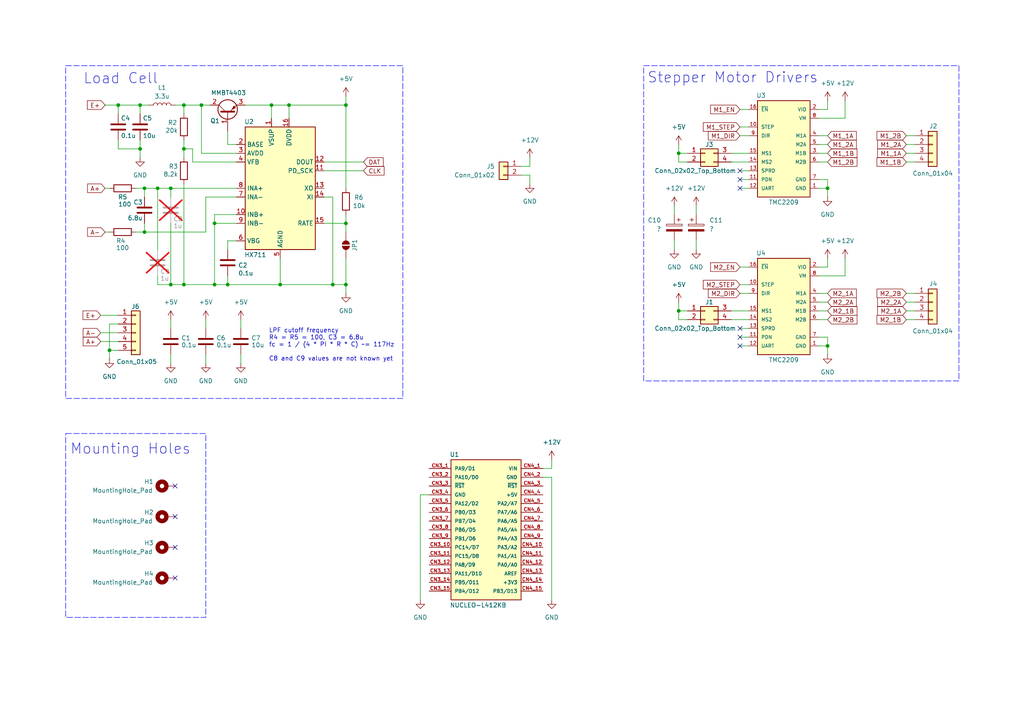
<source format=kicad_sch>
(kicad_sch (version 20231120) (generator "eeschema") (generator_version "8.0")
  (paper "A4")
  (title_block (title "EDM Wire Puller") (rev "1.0"))
  (lib_symbols
    (symbol "Analog_ADC:HX711"
      (property "Reference" "U" (at 5.08 21.59 0))
      (property "Value" "HX711" (at 7.62 19.05 0))
      (symbol "HX711_0_1"
        (rectangle (start -10.16 17.78) (end 10.16 -17.78) (stroke (width 0.254)) (fill (type background)))
      )
      (symbol "HX711_1_1"
        (pin power_in line (at -2.54 20.32 270) (length 2.54) (name "VSUP") (number "1"))
        (pin input line (at -12.7 -7.62 0) (length 2.54) (name "INB+") (number "10"))
        (pin input line (at 12.7 5.08 180) (length 2.54) (name "PD_SCK") (number "11"))
        (pin output line (at 12.7 7.62 180) (length 2.54) (name "DOUT") (number "12"))
        (pin passive line (at 12.7 0 180) (length 2.54) (name "XO") (number "13"))
        (pin passive line (at 12.7 -2.54 180) (length 2.54) (name "XI") (number "14"))
        (pin input line (at 12.7 -10.16 180) (length 2.54) (name "RATE") (number "15"))
        (pin power_in line (at 2.54 20.32 270) (length 2.54) (name "DVDD") (number "16"))
        (pin passive line (at -12.7 12.7 0) (length 2.54) (name "BASE") (number "2"))
        (pin power_in line (at -12.7 10.16 0) (length 2.54) (name "AVDD") (number "3"))
        (pin input line (at -12.7 7.62 0) (length 2.54) (name "VFB") (number "4"))
        (pin power_in line (at 0 -20.32 90) (length 2.54) (name "AGND") (number "5"))
        (pin passive line (at -12.7 -15.24 0) (length 2.54) (name "VBG") (number "6"))
        (pin input line (at -12.7 -2.54 0) (length 2.54) (name "INA-") (number "7"))
        (pin input line (at -12.7 0 0) (length 2.54) (name "INA+") (number "8"))
        (pin input line (at -12.7 -10.16 0) (length 2.54) (name "INB-") (number "9"))
      )
    )
    (symbol "Connector_Generic:Conn_01x02" (pin_names (offset 1.016) hide)
      (property "Reference" "J" (at 0 2.54 0))
      (property "Value" "Conn_01x02" (at 0 -5.08 0))
      (symbol "Conn_01x02_1_1"
        (rectangle (start -1.27 -2.413) (end 0 -2.667) (stroke (width 0.1524)))
        (rectangle (start -1.27 0.127) (end 0 -0.127) (stroke (width 0.1524)))
        (rectangle (start -1.27 1.27) (end 1.27 -3.81) (stroke (width 0.254)) (fill (type background)))
        (pin passive line (at -5.08 0 0) (length 3.81) (name "Pin_1") (number "1"))
        (pin passive line (at -5.08 -2.54 0) (length 3.81) (name "Pin_2") (number "2"))
      )
    )
    (symbol "Connector_Generic:Conn_01x04" (pin_names (offset 1.016) hide)
      (property "Reference" "J" (at 0 5.08 0))
      (property "Value" "Conn_01x04" (at 0 -7.62 0))
      (symbol "Conn_01x04_1_1"
        (rectangle (start -1.27 -4.953) (end 0 -5.207) (stroke (width 0.1524)))
        (rectangle (start -1.27 -2.413) (end 0 -2.667) (stroke (width 0.1524)))
        (rectangle (start -1.27 0.127) (end 0 -0.127) (stroke (width 0.1524)))
        (rectangle (start -1.27 2.667) (end 0 2.413) (stroke (width 0.1524)))
        (rectangle (start -1.27 3.81) (end 1.27 -6.35) (stroke (width 0.254)) (fill (type background)))
        (pin passive line (at -5.08 2.54 0) (length 3.81) (name "Pin_1") (number "1"))
        (pin passive line (at -5.08 0 0) (length 3.81) (name "Pin_2") (number "2"))
        (pin passive line (at -5.08 -2.54 0) (length 3.81) (name "Pin_3") (number "3"))
        (pin passive line (at -5.08 -5.08 0) (length 3.81) (name "Pin_4") (number "4"))
      )
    )
    (symbol "Connector_Generic:Conn_01x05" (pin_names (offset 1.016) hide)
      (property "Reference" "J" (at 0 7.62 0))
      (property "Value" "Conn_01x05" (at 0 -7.62 0))
      (symbol "Conn_01x05_1_1"
        (rectangle (start -1.27 -4.953) (end 0 -5.207) (stroke (width 0.1524)))
        (rectangle (start -1.27 -2.413) (end 0 -2.667) (stroke (width 0.1524)))
        (rectangle (start -1.27 0.127) (end 0 -0.127) (stroke (width 0.1524)))
        (rectangle (start -1.27 2.667) (end 0 2.413) (stroke (width 0.1524)))
        (rectangle (start -1.27 5.207) (end 0 4.953) (stroke (width 0.1524)))
        (rectangle (start -1.27 6.35) (end 1.27 -6.35) (stroke (width 0.254)) (fill (type background)))
        (pin passive line (at -5.08 5.08 0) (length 3.81) (name "Pin_1") (number "1"))
        (pin passive line (at -5.08 2.54 0) (length 3.81) (name "Pin_2") (number "2"))
        (pin passive line (at -5.08 0 0) (length 3.81) (name "Pin_3") (number "3"))
        (pin passive line (at -5.08 -2.54 0) (length 3.81) (name "Pin_4") (number "4"))
        (pin passive line (at -5.08 -5.08 0) (length 3.81) (name "Pin_5") (number "5"))
      )
    )
    (symbol "Connector_Generic:Conn_02x02_Top_Bottom" (pin_names (offset 1.016) hide)
      (property "Reference" "J" (at 1.27 2.54 0))
      (property "Value" "Conn_02x02_Top_Bottom" (at 1.27 -5.08 0))
      (symbol "Conn_02x02_Top_Bottom_1_1"
        (rectangle (start -1.27 -2.413) (end 0 -2.667) (stroke (width 0.1524)))
        (rectangle (start -1.27 0.127) (end 0 -0.127) (stroke (width 0.1524)))
        (rectangle (start -1.27 1.27) (end 3.81 -3.81) (stroke (width 0.254)) (fill (type background)))
        (rectangle (start 3.81 -2.413) (end 2.54 -2.667) (stroke (width 0.1524)))
        (rectangle (start 3.81 0.127) (end 2.54 -0.127) (stroke (width 0.1524)))
        (pin passive line (at -5.08 0 0) (length 3.81) (name "Pin_1") (number "1"))
        (pin passive line (at -5.08 -2.54 0) (length 3.81) (name "Pin_2") (number "2"))
        (pin passive line (at 7.62 0 180) (length 3.81) (name "Pin_3") (number "3"))
        (pin passive line (at 7.62 -2.54 180) (length 3.81) (name "Pin_4") (number "4"))
      )
    )
    (symbol "Device:C" (pin_numbers hide) (pin_names (offset 0.254))
      (property "Reference" "C" (at 0.635 2.54 0))
      (property "Value" "C" (at 0.635 -2.54 0))
      (symbol "C_0_1"
        (polyline (pts (xy -2.032 -0.762) (xy 2.032 -0.762)) (stroke (width 0.508)))
        (polyline (pts (xy -2.032 0.762) (xy 2.032 0.762)) (stroke (width 0.508)))
      )
      (symbol "C_1_1"
        (pin passive line (at 0 3.81 270) (length 2.794) (name "~") (number "1"))
        (pin passive line (at 0 -3.81 90) (length 2.794) (name "~") (number "2"))
      )
    )
    (symbol "Device:C_Polarized" (pin_numbers hide) (pin_names (offset 0.254))
      (property "Reference" "C" (at 0.635 2.54 0))
      (property "Value" "C_Polarized" (at 0.635 -2.54 0))
      (symbol "C_Polarized_0_1"
        (rectangle (start -2.286 0.508) (end 2.286 1.016))
        (polyline (pts (xy -1.778 2.286) (xy -0.762 2.286)))
        (polyline (pts (xy -1.27 2.794) (xy -1.27 1.778)))
        (rectangle (start 2.286 -0.508) (end -2.286 -1.016) (fill (type outline)))
      )
      (symbol "C_Polarized_1_1"
        (pin passive line (at 0 3.81 270) (length 2.794) (name "~") (number "1"))
        (pin passive line (at 0 -3.81 90) (length 2.794) (name "~") (number "2"))
      )
    )
    (symbol "Device:L" (pin_numbers hide) (pin_names (offset 1.016) hide)
      (property "Reference" "L" (at -1.27 0 90))
      (property "Value" "L" (at 1.905 0 90))
      (symbol "L_0_1"
        (arc (start 0 -2.54) (mid 0.6323 -1.905) (end 0 -1.27))
        (arc (start 0 -1.27) (mid 0.6323 -0.635) (end 0 0))
        (arc (start 0 0) (mid 0.6323 0.635) (end 0 1.27))
        (arc (start 0 1.27) (mid 0.6323 1.905) (end 0 2.54))
      )
      (symbol "L_1_1"
        (pin passive line (at 0 3.81 270) (length 1.27) (name "1") (number "1"))
        (pin passive line (at 0 -3.81 90) (length 1.27) (name "2") (number "2"))
      )
    )
    (symbol "Device:Q_PNP_BCE" (pin_names (offset 0) hide)
      (property "Reference" "Q" (at 5.08 1.27 0))
      (property "Value" "Q_PNP_BCE" (at 5.08 -1.27 0))
      (symbol "Q_PNP_BCE_0_1"
        (polyline (pts (xy 0.635 0.635) (xy 2.54 2.54)))
        (polyline (pts (xy 0.635 -0.635) (xy 2.54 -2.54) (xy 2.54 -2.54)))
        (polyline (pts (xy 0.635 1.905) (xy 0.635 -1.905) (xy 0.635 -1.905)) (stroke (width 0.508)))
        (polyline (pts (xy 2.286 -1.778) (xy 1.778 -2.286) (xy 1.27 -1.27) (xy 2.286 -1.778) (xy 2.286 -1.778)) (fill (type outline)))
        (circle (center 1.27 0) (radius 2.8194) (stroke (width 0.254)))
      )
      (symbol "Q_PNP_BCE_1_1"
        (pin input line (at -5.08 0 0) (length 5.715) (name "B") (number "1"))
        (pin passive line (at 2.54 5.08 270) (length 2.54) (name "C") (number "2"))
        (pin passive line (at 2.54 -5.08 90) (length 2.54) (name "E") (number "3"))
      )
    )
    (symbol "Device:R" (pin_numbers hide) (pin_names (offset 0))
      (property "Reference" "R" (at 2.032 0 90))
      (property "Value" "R" (at 0 0 90))
      (symbol "R_0_1"
        (rectangle (start -1.016 -2.54) (end 1.016 2.54) (stroke (width 0.254)))
      )
      (symbol "R_1_1"
        (pin passive line (at 0 3.81 270) (length 1.27) (name "~") (number "1"))
        (pin passive line (at 0 -3.81 90) (length 1.27) (name "~") (number "2"))
      )
    )
    (symbol "Jumper:SolderJumper_2_Open" (pin_numbers hide) (pin_names (offset 0) hide) (exclude_from_sim yes) (in_bom no)
      (property "Reference" "JP" (at 0 2.032 0))
      (property "Value" "SolderJumper_2_Open" (at 0 -2.54 0))
      (symbol "SolderJumper_2_Open_0_1"
        (arc (start -0.254 1.016) (mid -1.2656 0) (end -0.254 -1.016))
        (arc (start -0.254 1.016) (mid -1.2656 0) (end -0.254 -1.016) (fill (type outline)))
        (polyline (pts (xy -0.254 1.016) (xy -0.254 -1.016)))
        (polyline (pts (xy 0.254 1.016) (xy 0.254 -1.016)))
        (arc (start 0.254 -1.016) (mid 1.2656 0) (end 0.254 1.016))
        (arc (start 0.254 -1.016) (mid 1.2656 0) (end 0.254 1.016) (fill (type outline)))
      )
      (symbol "SolderJumper_2_Open_1_1"
        (pin passive line (at -3.81 0 0) (length 2.54) (name "A") (number "1"))
        (pin passive line (at 3.81 0 180) (length 2.54) (name "B") (number "2"))
      )
    )
    (symbol "Mechanical:MountingHole_Pad" (pin_numbers hide) (pin_names (offset 1.016) hide)
      (property "Reference" "H" (at 0 6.35 0))
      (property "Value" "MountingHole_Pad" (at 0 4.445 0))
      (symbol "MountingHole_Pad_0_1"
        (circle (center 0 1.27) (radius 1.27) (stroke (width 1.27)))
      )
      (symbol "MountingHole_Pad_1_1"
        (pin input line (at 0 -2.54 90) (length 2.54) (name "1") (number "1"))
      )
    )
    (symbol "NUCLEO-L432KC:NUCLEO-L412KB" (pin_names (offset 1.016))
      (property "Reference" "U" (at -10.16 21.082 0))
      (property "Value" "NUCLEO-L412KB" (at -10.668 -22.86 0))
      (symbol "NUCLEO-L412KB_0_0"
        (rectangle (start -10.16 20.32) (end 10.16 -20.32) (stroke (width 0.254)) (fill (type background)))
        (pin bidirectional line (at -16.51 17.78 0) (length 6.35) (name "PA9/D1") (number "CN3_1"))
        (pin bidirectional line (at -16.51 -5.08 0) (length 6.35) (name "PC14/D7") (number "CN3_10"))
        (pin bidirectional line (at -16.51 -7.62 0) (length 6.35) (name "PC15/D8") (number "CN3_11"))
        (pin bidirectional line (at -16.51 -10.16 0) (length 6.35) (name "PA8/D9") (number "CN3_12"))
        (pin bidirectional line (at -16.51 -12.7 0) (length 6.35) (name "PA11/D10") (number "CN3_13"))
        (pin bidirectional line (at -16.51 -15.24 0) (length 6.35) (name "PB5/D11") (number "CN3_14"))
        (pin bidirectional line (at -16.51 -17.78 0) (length 6.35) (name "PB4/D12") (number "CN3_15"))
        (pin bidirectional line (at -16.51 15.24 0) (length 6.35) (name "PA10/D0") (number "CN3_2"))
        (pin bidirectional line (at -16.51 7.62 0) (length 6.35) (name "PA12/D2") (number "CN3_5"))
        (pin bidirectional line (at -16.51 5.08 0) (length 6.35) (name "PB0/D3") (number "CN3_6"))
        (pin bidirectional line (at -16.51 2.54 0) (length 6.35) (name "PB7/D4") (number "CN3_7"))
        (pin bidirectional line (at -16.51 0 0) (length 6.35) (name "PB6/D5") (number "CN3_8"))
        (pin bidirectional line (at -16.51 -2.54 0) (length 6.35) (name "PB1/D6") (number "CN3_9"))
        (pin bidirectional line (at 16.51 -5.08 180) (length 6.35) (name "PA3/A2") (number "CN4_10"))
        (pin bidirectional line (at 16.51 -7.62 180) (length 6.35) (name "PA1/A1") (number "CN4_11"))
        (pin bidirectional line (at 16.51 -10.16 180) (length 6.35) (name "PA0/A0") (number "CN4_12"))
        (pin input line (at 16.51 -12.7 180) (length 6.35) (name "AREF") (number "CN4_13"))
        (pin power_in line (at 16.51 -15.24 180) (length 6.35) (name "+3V3") (number "CN4_14"))
        (pin bidirectional line (at 16.51 -17.78 180) (length 6.35) (name "PB3/D13") (number "CN4_15"))
        (pin power_in line (at 16.51 10.16 180) (length 6.35) (name "+5V") (number "CN4_4"))
        (pin bidirectional line (at 16.51 7.62 180) (length 6.35) (name "PA2/A7") (number "CN4_5"))
        (pin bidirectional line (at 16.51 5.08 180) (length 6.35) (name "PA7/A6") (number "CN4_6"))
        (pin bidirectional line (at 16.51 2.54 180) (length 6.35) (name "PA6/A5") (number "CN4_7"))
        (pin bidirectional line (at 16.51 0 180) (length 6.35) (name "PA5/A4") (number "CN4_8"))
        (pin bidirectional line (at 16.51 -2.54 180) (length 6.35) (name "PA4/A3") (number "CN4_9"))
      )
      (symbol "NUCLEO-L412KB_1_0"
        (pin bidirectional line (at -16.51 12.7 0) (length 6.35) (name "~{RST}") (number "CN3_3"))
        (pin power_in line (at -16.51 10.16 0) (length 6.35) (name "GND") (number "CN3_4"))
        (pin power_in line (at 16.51 17.78 180) (length 6.35) (name "VIN") (number "CN4_1"))
        (pin power_in line (at 16.51 15.24 180) (length 6.35) (name "GND") (number "CN4_2"))
        (pin bidirectional line (at 16.51 12.7 180) (length 6.35) (name "~{RST}") (number "CN4_3"))
      )
    )
    (symbol "TMC2209:TMC2209" (pin_names (offset 1.016))
      (property "Reference" "U" (at -7.874 16.002 0))
      (property "Value" "TMC2209" (at -7.62 -16.51 0))
      (symbol "TMC2209_0_0"
        (rectangle (start -7.62 13.97) (end 7.62 -13.97) (stroke (width 0.254)) (fill (type background)))
        (pin power_in line (at 10.16 -11.43 180) (length 2.54) (name "GND") (number "1"))
        (pin input line (at -10.16 6.35 0) (length 2.54) (name "STEP") (number "10"))
        (pin bidirectional line (at -10.16 -8.89 0) (length 2.54) (name "PDN") (number "11"))
        (pin bidirectional line (at -10.16 -11.43 0) (length 2.54) (name "UART") (number "12"))
        (pin input line (at -10.16 -6.35 0) (length 2.54) (name "SPRD") (number "13"))
        (pin input line (at -10.16 -3.81 0) (length 2.54) (name "MS2") (number "14"))
        (pin input line (at -10.16 -1.27 0) (length 2.54) (name "MS1") (number "15"))
        (pin input line (at -10.16 11.43 0) (length 2.54) (name "~{EN}") (number "16"))
        (pin output line (at 10.16 -1.27 180) (length 2.54) (name "M1B") (number "3"))
        (pin output line (at 10.16 3.81 180) (length 2.54) (name "M1A") (number "4"))
        (pin output line (at 10.16 1.27 180) (length 2.54) (name "M2A") (number "5"))
        (pin output line (at 10.16 -3.81 180) (length 2.54) (name "M2B") (number "6"))
        (pin power_in line (at 10.16 -8.89 180) (length 2.54) (name "GND") (number "7"))
        (pin power_in line (at 10.16 8.89 180) (length 2.54) (name "VM") (number "8"))
        (pin input line (at -10.16 3.81 0) (length 2.54) (name "DIR") (number "9"))
      )
      (symbol "TMC2209_1_0"
        (pin power_in line (at 10.16 11.43 180) (length 2.54) (name "VIO") (number "2"))
      )
    )
    (symbol "power:+12V" (power) (pin_numbers hide) (pin_names (offset 0) hide)
      (property "Value" "+12V" (at 0 3.556 0))
      (symbol "+12V_0_1"
        (polyline (pts (xy -0.762 1.27) (xy 0 2.54)))
        (polyline (pts (xy 0 0) (xy 0 2.54)))
        (polyline (pts (xy 0 2.54) (xy 0.762 1.27)))
      )
      (symbol "+12V_1_1"
        (pin power_in line (at 0 0 90) (length 0) (name "~") (number "1"))
      )
    )
    (symbol "power:+5V" (power) (pin_numbers hide) (pin_names (offset 0) hide)
      (property "Value" "+5V" (at 0 3.556 0))
      (symbol "+5V_0_1"
        (polyline (pts (xy -0.762 1.27) (xy 0 2.54)))
        (polyline (pts (xy 0 0) (xy 0 2.54)))
        (polyline (pts (xy 0 2.54) (xy 0.762 1.27)))
      )
      (symbol "+5V_1_1"
        (pin power_in line (at 0 0 90) (length 0) (name "~") (number "1"))
      )
    )
    (symbol "power:GND" (power) (pin_numbers hide) (pin_names (offset 0) hide)
      (property "Value" "GND" (at 0 -3.81 0))
      (symbol "GND_0_1"
        (polyline (pts (xy 0 0) (xy 0 -1.27) (xy 1.27 -1.27) (xy 0 -2.54) (xy -1.27 -1.27) (xy 0 -1.27)))
      )
      (symbol "GND_1_1"
        (pin power_in line (at 0 0 270) (length 0) (name "~") (number "1"))
      )
    )
  )
  (junction (at 196.85 44.45))
  (junction (at 53.34 30.48))
  (junction (at 31.75 101.6))
  (junction (at 66.04 82.55))
  (junction (at 83.82 30.48))
  (junction (at 34.29 30.48))
  (junction (at 49.53 54.61))
  (junction (at 100.33 82.55))
  (junction (at 240.03 54.61))
  (junction (at 100.33 30.48))
  (junction (at 45.72 54.61))
  (junction (at 81.28 82.55))
  (junction (at 58.42 30.48))
  (junction (at 196.85 90.17))
  (junction (at 41.91 54.61))
  (junction (at 62.23 64.77))
  (junction (at 40.64 30.48))
  (junction (at 40.64 43.18))
  (junction (at 41.91 67.31))
  (junction (at 100.33 64.77))
  (junction (at 96.52 82.55))
  (junction (at 53.34 82.55))
  (junction (at 49.53 82.55))
  (junction (at 78.74 30.48))
  (junction (at 240.03 100.33))
  (junction (at 62.23 82.55))
  (junction (at 53.34 43.18))
  (no_connect (at 214.63 52.07))
  (no_connect (at 50.8 149.86))
  (no_connect (at 214.63 95.25))
  (no_connect (at 214.63 97.79))
  (no_connect (at 50.8 140.97))
  (no_connect (at 214.63 54.61))
  (no_connect (at 214.63 49.53))
  (no_connect (at 214.63 100.33))
  (no_connect (at 50.8 158.75))
  (no_connect (at 50.8 167.64))
  (wire (pts (xy 66.04 41.91) (xy 66.04 38.1)))
  (wire (pts (xy 262.89 92.71) (xy 265.43 92.71)))
  (wire (pts (xy 68.58 41.91) (xy 66.04 41.91)))
  (wire (pts (xy 31.75 101.6) (xy 31.75 104.14)))
  (wire (pts (xy 69.85 92.71) (xy 69.85 95.25)))
  (wire (pts (xy 100.33 27.94) (xy 100.33 30.48)))
  (wire (pts (xy 59.69 67.31) (xy 41.91 67.31)))
  (wire (pts (xy 66.04 82.55) (xy 66.04 80.01)))
  (wire (pts (xy 214.63 39.37) (xy 217.17 39.37)))
  (wire (pts (xy 40.64 43.18) (xy 40.64 45.72)))
  (wire (pts (xy 30.48 67.31) (xy 31.75 67.31)))
  (wire (pts (xy 214.63 49.53) (xy 217.17 49.53)))
  (wire (pts (xy 59.69 102.87) (xy 59.69 105.41)))
  (wire (pts (xy 45.72 80.01) (xy 45.72 82.55)))
  (wire (pts (xy 157.48 135.89) (xy 160.02 135.89)))
  (wire (pts (xy 59.69 92.71) (xy 59.69 95.25)))
  (wire (pts (xy 240.03 77.47) (xy 240.03 74.93)))
  (wire (pts (xy 40.64 40.64) (xy 40.64 43.18)))
  (wire (pts (xy 31.75 93.98) (xy 34.29 93.98)))
  (wire (pts (xy 237.49 39.37) (xy 240.03 39.37)))
  (wire (pts (xy 262.89 90.17) (xy 265.43 90.17)))
  (wire (pts (xy 262.89 46.99) (xy 265.43 46.99)))
  (wire (pts (xy 100.33 82.55) (xy 100.33 85.09)))
  (wire (pts (xy 262.89 44.45) (xy 265.43 44.45)))
  (wire (pts (xy 93.98 49.53) (xy 105.41 49.53)))
  (wire (pts (xy 100.33 64.77) (xy 100.33 67.31)))
  (wire (pts (xy 214.63 77.47) (xy 217.17 77.47)))
  (wire (pts (xy 34.29 33.02) (xy 34.29 30.48)))
  (wire (pts (xy 62.23 82.55) (xy 66.04 82.55)))
  (wire (pts (xy 212.09 90.17) (xy 217.17 90.17)))
  (wire (pts (xy 237.49 52.07) (xy 240.03 52.07)))
  (wire (pts (xy 153.67 50.8) (xy 153.67 53.34)))
  (wire (pts (xy 58.42 44.45) (xy 68.58 44.45)))
  (wire (pts (xy 53.34 40.64) (xy 53.34 43.18)))
  (wire (pts (xy 214.63 85.09) (xy 217.17 85.09)))
  (wire (pts (xy 53.34 53.34) (xy 53.34 82.55)))
  (wire (pts (xy 195.58 59.69) (xy 195.58 62.23)))
  (wire (pts (xy 34.29 30.48) (xy 40.64 30.48)))
  (wire (pts (xy 55.88 46.99) (xy 55.88 43.18)))
  (wire (pts (xy 55.88 43.18) (xy 53.34 43.18)))
  (wire (pts (xy 157.48 138.43) (xy 160.02 138.43)))
  (wire (pts (xy 262.89 39.37) (xy 265.43 39.37)))
  (wire (pts (xy 30.48 54.61) (xy 31.75 54.61)))
  (wire (pts (xy 58.42 30.48) (xy 60.96 30.48)))
  (wire (pts (xy 93.98 57.15) (xy 96.52 57.15)))
  (wire (pts (xy 237.49 46.99) (xy 240.03 46.99)))
  (wire (pts (xy 96.52 57.15) (xy 96.52 82.55)))
  (wire (pts (xy 45.72 54.61) (xy 45.72 72.39)))
  (wire (pts (xy 237.49 54.61) (xy 240.03 54.61)))
  (wire (pts (xy 237.49 77.47) (xy 240.03 77.47)))
  (wire (pts (xy 68.58 46.99) (xy 55.88 46.99)))
  (wire (pts (xy 262.89 85.09) (xy 265.43 85.09)))
  (wire (pts (xy 214.63 100.33) (xy 217.17 100.33)))
  (wire (pts (xy 49.53 92.71) (xy 49.53 95.25)))
  (wire (pts (xy 66.04 69.85) (xy 68.58 69.85)))
  (wire (pts (xy 93.98 46.99) (xy 105.41 46.99)))
  (wire (pts (xy 96.52 82.55) (xy 100.33 82.55)))
  (wire (pts (xy 93.98 64.77) (xy 100.33 64.77)))
  (wire (pts (xy 199.39 46.99) (xy 196.85 46.99)))
  (wire (pts (xy 196.85 46.99) (xy 196.85 44.45)))
  (wire (pts (xy 53.34 30.48) (xy 58.42 30.48)))
  (wire (pts (xy 59.69 57.15) (xy 59.69 67.31)))
  (wire (pts (xy 31.75 93.98) (xy 31.75 101.6)))
  (wire (pts (xy 41.91 67.31) (xy 41.91 64.77)))
  (wire (pts (xy 40.64 30.48) (xy 43.18 30.48)))
  (wire (pts (xy 195.58 69.85) (xy 195.58 72.39)))
  (wire (pts (xy 29.21 91.44) (xy 34.29 91.44)))
  (wire (pts (xy 212.09 46.99) (xy 217.17 46.99)))
  (wire (pts (xy 34.29 43.18) (xy 40.64 43.18)))
  (wire (pts (xy 100.33 64.77) (xy 100.33 62.23)))
  (wire (pts (xy 49.53 54.61) (xy 68.58 54.61)))
  (wire (pts (xy 237.49 92.71) (xy 240.03 92.71)))
  (wire (pts (xy 212.09 92.71) (xy 217.17 92.71)))
  (wire (pts (xy 30.48 30.48) (xy 34.29 30.48)))
  (wire (pts (xy 62.23 82.55) (xy 62.23 64.77)))
  (wire (pts (xy 240.03 31.75) (xy 240.03 29.21)))
  (wire (pts (xy 245.11 34.29) (xy 245.11 29.21)))
  (wire (pts (xy 201.93 69.85) (xy 201.93 72.39)))
  (wire (pts (xy 66.04 82.55) (xy 81.28 82.55)))
  (wire (pts (xy 100.33 74.93) (xy 100.33 82.55)))
  (wire (pts (xy 40.64 30.48) (xy 40.64 33.02)))
  (wire (pts (xy 45.72 54.61) (xy 49.53 54.61)))
  (wire (pts (xy 151.13 48.26) (xy 153.67 48.26)))
  (wire (pts (xy 153.67 48.26) (xy 153.67 45.72)))
  (wire (pts (xy 237.49 87.63) (xy 240.03 87.63)))
  (wire (pts (xy 214.63 97.79) (xy 217.17 97.79)))
  (wire (pts (xy 71.12 30.48) (xy 78.74 30.48)))
  (wire (pts (xy 237.49 31.75) (xy 240.03 31.75)))
  (wire (pts (xy 69.85 102.87) (xy 69.85 105.41)))
  (wire (pts (xy 39.37 54.61) (xy 41.91 54.61)))
  (wire (pts (xy 121.92 173.99) (xy 121.92 143.51)))
  (wire (pts (xy 196.85 90.17) (xy 199.39 90.17)))
  (wire (pts (xy 214.63 52.07) (xy 217.17 52.07)))
  (wire (pts (xy 53.34 30.48) (xy 53.34 33.02)))
  (wire (pts (xy 41.91 54.61) (xy 45.72 54.61)))
  (wire (pts (xy 121.92 143.51) (xy 124.46 143.51)))
  (wire (pts (xy 196.85 44.45) (xy 196.85 41.91)))
  (wire (pts (xy 83.82 34.29) (xy 83.82 30.48)))
  (wire (pts (xy 237.49 90.17) (xy 240.03 90.17)))
  (wire (pts (xy 59.69 57.15) (xy 68.58 57.15)))
  (wire (pts (xy 62.23 64.77) (xy 68.58 64.77)))
  (wire (pts (xy 39.37 67.31) (xy 41.91 67.31)))
  (wire (pts (xy 240.03 97.79) (xy 240.03 100.33)))
  (wire (pts (xy 214.63 82.55) (xy 217.17 82.55)))
  (wire (pts (xy 237.49 85.09) (xy 240.03 85.09)))
  (wire (pts (xy 29.21 96.52) (xy 34.29 96.52)))
  (wire (pts (xy 49.53 102.87) (xy 49.53 105.41)))
  (wire (pts (xy 100.33 30.48) (xy 83.82 30.48)))
  (wire (pts (xy 237.49 100.33) (xy 240.03 100.33)))
  (wire (pts (xy 50.8 30.48) (xy 53.34 30.48)))
  (wire (pts (xy 196.85 92.71) (xy 196.85 90.17)))
  (wire (pts (xy 237.49 41.91) (xy 240.03 41.91)))
  (wire (pts (xy 237.49 44.45) (xy 240.03 44.45)))
  (wire (pts (xy 240.03 100.33) (xy 240.03 102.87)))
  (wire (pts (xy 237.49 97.79) (xy 240.03 97.79)))
  (wire (pts (xy 29.21 99.06) (xy 34.29 99.06)))
  (wire (pts (xy 78.74 30.48) (xy 78.74 34.29)))
  (wire (pts (xy 214.63 54.61) (xy 217.17 54.61)))
  (wire (pts (xy 62.23 64.77) (xy 62.23 62.23)))
  (wire (pts (xy 262.89 87.63) (xy 265.43 87.63)))
  (wire (pts (xy 160.02 135.89) (xy 160.02 133.35)))
  (wire (pts (xy 58.42 30.48) (xy 58.42 44.45)))
  (wire (pts (xy 34.29 40.64) (xy 34.29 43.18)))
  (wire (pts (xy 31.75 101.6) (xy 34.29 101.6)))
  (wire (pts (xy 237.49 34.29) (xy 245.11 34.29)))
  (wire (pts (xy 81.28 82.55) (xy 96.52 82.55)))
  (wire (pts (xy 214.63 36.83) (xy 217.17 36.83)))
  (wire (pts (xy 81.28 74.93) (xy 81.28 82.55)))
  (wire (pts (xy 53.34 82.55) (xy 62.23 82.55)))
  (wire (pts (xy 240.03 54.61) (xy 240.03 57.15)))
  (wire (pts (xy 66.04 72.39) (xy 66.04 69.85)))
  (wire (pts (xy 49.53 64.77) (xy 49.53 82.55)))
  (wire (pts (xy 237.49 80.01) (xy 245.11 80.01)))
  (wire (pts (xy 151.13 50.8) (xy 153.67 50.8)))
  (wire (pts (xy 62.23 62.23) (xy 68.58 62.23)))
  (wire (pts (xy 196.85 44.45) (xy 199.39 44.45)))
  (wire (pts (xy 53.34 43.18) (xy 53.34 45.72)))
  (wire (pts (xy 214.63 95.25) (xy 217.17 95.25)))
  (wire (pts (xy 214.63 31.75) (xy 217.17 31.75)))
  (wire (pts (xy 212.09 44.45) (xy 217.17 44.45)))
  (wire (pts (xy 49.53 82.55) (xy 53.34 82.55)))
  (wire (pts (xy 199.39 92.71) (xy 196.85 92.71)))
  (wire (pts (xy 49.53 54.61) (xy 49.53 57.15)))
  (wire (pts (xy 45.72 82.55) (xy 49.53 82.55)))
  (wire (pts (xy 262.89 41.91) (xy 265.43 41.91)))
  (wire (pts (xy 100.33 54.61) (xy 100.33 30.48)))
  (wire (pts (xy 160.02 138.43) (xy 160.02 173.99)))
  (wire (pts (xy 78.74 30.48) (xy 83.82 30.48)))
  (wire (pts (xy 201.93 59.69) (xy 201.93 62.23)))
  (wire (pts (xy 240.03 52.07) (xy 240.03 54.61)))
  (wire (pts (xy 41.91 57.15) (xy 41.91 54.61)))
  (wire (pts (xy 196.85 90.17) (xy 196.85 87.63)))
  (wire (pts (xy 245.11 80.01) (xy 245.11 74.93)))
  (rectangle (start 19.05 125.73) (end 59.69 179.07) (stroke (width 0) (type dash) (color 0 0 255 1)))
  (rectangle (start 19.05 19.05) (end 116.84 115.57) (stroke (width 0) (type dash) (color 0 0 255 1)))
  (rectangle (start 186.69 19.05) (end 278.13 110.49) (stroke (width 0) (type dash) (color 0 0 255 1)))
  (text "Load Cell" (at 24.13 24.638 0) (effects (font (size 3 3)) (justify left bottom)))
  (text "LPF cutoff frequency\nR4 = R5 = 100, C3 = 6.8u\nfc = 1 / (4 * PI * R * C) ~= 117Hz\n\nC8 and C9 values are not known yet" (at 77.978 100.076 0) (effects (font (size 1.27 1.27)) (justify left)))
  (text "Mounting Holes" (at 20.32 132.08 0) (effects (font (size 3 3)) (justify left bottom)))
  (text "Stepper Motor Drivers" (at 187.706 24.384 0) (effects (font (size 3 3)) (justify left bottom)))
  (global_label "M2_1B" (shape input) (at 262.89 92.71 180) (property "Intersheetrefs" "${INTERSHEET_REFS}" (effects (hide yes))))
  (global_label "M1_EN" (shape input) (at 214.63 31.75 180) (property "Intersheetrefs" "${INTERSHEET_REFS}" (effects (hide yes))))
  (global_label "M1_2B" (shape input) (at 240.03 46.99 0) (property "Intersheetrefs" "${INTERSHEET_REFS}" (effects (hide yes))))
  (global_label "M2_2A" (shape input) (at 240.03 87.63 0) (property "Intersheetrefs" "${INTERSHEET_REFS}" (effects (hide yes))))
  (global_label "M1_2A" (shape input) (at 240.03 41.91 0) (property "Intersheetrefs" "${INTERSHEET_REFS}" (effects (hide yes))))
  (global_label "A+" (shape input) (at 30.48 54.61 180) (property "Intersheetrefs" "${INTERSHEET_REFS}" (effects (hide yes))))
  (global_label "M2_EN" (shape input) (at 214.63 77.47 180) (property "Intersheetrefs" "${INTERSHEET_REFS}" (effects (hide yes))))
  (global_label "M1_1A" (shape input) (at 240.03 39.37 0) (property "Intersheetrefs" "${INTERSHEET_REFS}" (effects (hide yes))))
  (global_label "M1_STEP" (shape input) (at 214.63 36.83 180) (property "Intersheetrefs" "${INTERSHEET_REFS}" (effects (hide yes))))
  (global_label "M2_DIR" (shape input) (at 214.63 85.09 180) (property "Intersheetrefs" "${INTERSHEET_REFS}" (effects (hide yes))))
  (global_label "M1_1B" (shape input) (at 240.03 44.45 0) (property "Intersheetrefs" "${INTERSHEET_REFS}" (effects (hide yes))))
  (global_label "CLK" (shape input) (at 105.41 49.53 0) (property "Intersheetrefs" "${INTERSHEET_REFS}" (effects (hide yes))))
  (global_label "A-" (shape input) (at 30.48 67.31 180) (property "Intersheetrefs" "${INTERSHEET_REFS}" (effects (hide yes))))
  (global_label "M2_STEP" (shape input) (at 214.63 82.55 180) (property "Intersheetrefs" "${INTERSHEET_REFS}" (effects (hide yes))))
  (global_label "DAT" (shape input) (at 105.41 46.99 0) (property "Intersheetrefs" "${INTERSHEET_REFS}" (effects (hide yes))))
  (global_label "A+" (shape input) (at 29.21 99.06 180) (property "Intersheetrefs" "${INTERSHEET_REFS}" (effects (hide yes))))
  (global_label "M2_1A" (shape input) (at 240.03 85.09 0) (property "Intersheetrefs" "${INTERSHEET_REFS}" (effects (hide yes))))
  (global_label "M2_2A" (shape input) (at 262.89 87.63 180) (property "Intersheetrefs" "${INTERSHEET_REFS}" (effects (hide yes))))
  (global_label "M1_1B" (shape input) (at 262.89 46.99 180) (property "Intersheetrefs" "${INTERSHEET_REFS}" (effects (hide yes))))
  (global_label "M1_2B" (shape input) (at 262.89 39.37 180) (property "Intersheetrefs" "${INTERSHEET_REFS}" (effects (hide yes))))
  (global_label "M1_DIR" (shape input) (at 214.63 39.37 180) (property "Intersheetrefs" "${INTERSHEET_REFS}" (effects (hide yes))))
  (global_label "E+" (shape input) (at 29.21 91.44 180) (property "Intersheetrefs" "${INTERSHEET_REFS}" (effects (hide yes))))
  (global_label "M2_2B" (shape input) (at 240.03 92.71 0) (property "Intersheetrefs" "${INTERSHEET_REFS}" (effects (hide yes))))
  (global_label "M1_2A" (shape input) (at 262.89 41.91 180) (property "Intersheetrefs" "${INTERSHEET_REFS}" (effects (hide yes))))
  (global_label "M2_1B" (shape input) (at 240.03 90.17 0) (property "Intersheetrefs" "${INTERSHEET_REFS}" (effects (hide yes))))
  (global_label "M2_2B" (shape input) (at 262.89 85.09 180) (property "Intersheetrefs" "${INTERSHEET_REFS}" (effects (hide yes))))
  (global_label "A-" (shape input) (at 29.21 96.52 180) (property "Intersheetrefs" "${INTERSHEET_REFS}" (effects (hide yes))))
  (global_label "M1_1A" (shape input) (at 262.89 44.45 180) (property "Intersheetrefs" "${INTERSHEET_REFS}" (effects (hide yes))))
  (global_label "E+" (shape input) (at 30.48 30.48 180) (property "Intersheetrefs" "${INTERSHEET_REFS}" (effects (hide yes))))
  (global_label "M2_1A" (shape input) (at 262.89 90.17 180) (property "Intersheetrefs" "${INTERSHEET_REFS}" (effects (hide yes))))
  (symbol (lib_id "power:GND") (at 195.58 72.39 0) (unit 1)
    (property "Reference" "#PWR015" (effects (hide yes)))
    (property "Value" "GND" (at 195.58 77.47 0))
    (property "Description" "Power symbol creates a global label with name \"GND\" , ground" (effects (hide yes)))
  )
  (symbol (lib_id "power:+5V") (at 196.85 41.91 0) (unit 1)
    (property "Reference" "#PWR016" (effects (hide yes)))
    (property "Value" "+5V" (at 196.85 36.83 0))
    (property "Description" "Power symbol creates a global label with name \"+5V\"" (effects (hide yes)))
  )
  (symbol (lib_id "Device:C_Polarized") (at 195.58 66.04 0) (mirror y) (unit 1) (in_bom no) (on_board no)
    (property "Reference" "C10" (at 191.77 63.8809 0) (effects (justify left)))
    (property "Value" "?" (at 191.77 66.4209 0) (effects (justify left)))
  )
  (symbol (lib_id "power:+12V") (at 160.02 133.35 0) (unit 1)
    (property "Reference" "#PWR025" (effects (hide yes)))
    (property "Value" "+12V" (at 160.02 128.27 0))
    (property "Description" "Power symbol creates a global label with name \"+12V\"" (effects (hide yes)))
  )
  (symbol (lib_id "Device:C") (at 49.53 99.06 0) (unit 1)
    (property "Reference" "C1" (at 52.578 98.044 0) (effects (justify left)))
    (property "Value" "0.1u" (at 52.578 100.076 0) (effects (justify left)))
    (property "Footprint" "Capacitor_SMD:C_0805_2012Metric_Pad1.18x1.45mm_HandSolder" (effects (hide yes)))
    (property "Description" "Unpolarized capacitor" (effects (hide yes)))
    (property "Characteristics" "±10%, 50V, X7R" (effects (hide yes)))
    (property "MPN" "CL21B104KBCNNNC" (effects (hide yes)))
    (property "Supplier" "DigiKey" (effects (hide yes)))
    (property "Purchase Link" "https://www.digikey.es/en/products/detail/samsung-electro-mechanics/CL21B104KBCNNNC/3886661" (effects (hide yes)))
    (property "Unit Price (€)" "0.09" (effects (hide yes)))
  )
  (symbol (lib_id "Device:C_Polarized") (at 201.93 66.04 0) (unit 1) (in_bom no) (on_board no)
    (property "Reference" "C11" (at 205.74 63.8809 0) (effects (justify left)))
    (property "Value" "?" (at 205.74 66.4209 0) (effects (justify left)))
  )
  (symbol (lib_id "Device:L") (at 46.99 30.48 90) (unit 1)
    (property "Reference" "L1" (at 46.99 25.4 90))
    (property "Value" "3.3u" (at 46.99 27.94 90))
    (property "Description" "Inductor" (effects (hide yes)))
  )
  (symbol (lib_id "Device:R") (at 53.34 49.53 0) (mirror y) (unit 1)
    (property "Reference" "R3" (at 50.292 48.26 0))
    (property "Value" "8.2k" (at 49.53 50.546 0))
    (property "Footprint" "Resistor_SMD:R_0805_2012Metric_Pad1.20x1.40mm_HandSolder" (effects (hide yes)))
    (property "Description" "Resistor" (effects (hide yes)))
    (property "MPN" "RC0805FR-0710KL" (effects (hide yes)))
    (property "Purchase Link" "https://www.digikey.es/en/products/detail/yageo/RC0805FR-0710KL/727535" (effects (hide yes)))
    (property "Supplier" "DigiKey" (effects (hide yes)))
    (property "Unit Price (€)" "0.09" (effects (hide yes)))
  )
  (symbol (lib_id "Connector_Generic:Conn_02x02_Top_Bottom") (at 204.47 44.45 0) (unit 1)
    (property "Reference" "J3" (at 205.74 41.91 0))
    (property "Value" "Conn_02x02_Top_Bottom" (at 201.676 49.53 0))
    (property "Footprint" "Connector_PinHeader_2.54mm:PinHeader_2x02_P2.54mm_Vertical" (effects (hide yes)))
    (property "Description" "Generic connector, double row, 02x02, top/bottom pin numbering scheme (row 1: 1...pins_per_row, row2: pins_per_row+1 ... num_pins), script generated (kicad-library-utils/schlib/autogen/connector/)" (effects (hide yes)))
  )
  (symbol (lib_id "power:+5V") (at 59.69 92.71 0) (unit 1)
    (property "Reference" "#PWR06" (effects (hide yes)))
    (property "Value" "+5V" (at 59.69 87.63 0))
    (property "Description" "Power symbol creates a global label with name \"+5V\"" (effects (hide yes)))
  )
  (symbol (lib_id "Device:Q_PNP_BCE") (at 66.04 33.02 90) (unit 1)
    (property "Reference" "Q1" (at 63.754 35.052 90) (effects (justify left)))
    (property "Value" "MMBT4403" (at 71.374 26.924 90) (effects (justify left)))
    (property "Description" "PNP transistor, base/collector/emitter" (effects (hide yes)))
  )
  (symbol (lib_id "Device:R") (at 100.33 58.42 180) (unit 1)
    (property "Reference" "R6" (at 104.0689 57.2753 0))
    (property "Value" "10k" (at 104.14 59.69 0))
    (property "Footprint" "Resistor_SMD:R_0805_2012Metric_Pad1.20x1.40mm_HandSolder" (effects (hide yes)))
    (property "Description" "Resistor" (effects (hide yes)))
    (property "MPN" "RC0805FR-0710KL" (effects (hide yes)))
    (property "Purchase Link" "https://www.digikey.es/en/products/detail/yageo/RC0805FR-0710KL/727535" (effects (hide yes)))
    (property "Supplier" "DigiKey" (effects (hide yes)))
    (property "Unit Price (€)" "0.09" (effects (hide yes)))
  )
  (symbol (lib_id "Device:C") (at 40.64 36.83 0) (mirror x) (unit 1)
    (property "Reference" "C5" (at 41.402 34.29 0) (effects (justify left)))
    (property "Value" "10u" (at 41.402 39.37 0) (effects (justify left)))
    (property "Footprint" "Capacitor_SMD:C_0805_2012Metric_Pad1.18x1.45mm_HandSolder" (effects (hide yes)))
    (property "Description" "Unpolarized capacitor" (effects (hide yes)))
    (property "Characteristics" "±10%, 50V, X7R" (effects (hide yes)))
    (property "MPN" "CL21B104KBCNNNC" (effects (hide yes)))
    (property "Supplier" "DigiKey" (effects (hide yes)))
    (property "Purchase Link" "https://www.digikey.es/en/products/detail/samsung-electro-mechanics/CL21B104KBCNNNC/3886661" (effects (hide yes)))
    (property "Unit Price (€)" "0.09" (effects (hide yes)))
  )
  (symbol (lib_id "Device:C") (at 66.04 76.2 0) (unit 1)
    (property "Reference" "C2" (at 69.088 76.962 0) (effects (justify left)))
    (property "Value" "0.1u" (at 69.088 79.248 0) (effects (justify left)))
    (property "Footprint" "Capacitor_SMD:C_0805_2012Metric_Pad1.18x1.45mm_HandSolder" (effects (hide yes)))
    (property "Description" "Unpolarized capacitor" (effects (hide yes)))
    (property "Characteristics" "±10%, 50V, X7R" (effects (hide yes)))
    (property "MPN" "CL21B104KBCNNNC" (effects (hide yes)))
    (property "Supplier" "DigiKey" (effects (hide yes)))
    (property "Purchase Link" "https://www.digikey.es/en/products/detail/samsung-electro-mechanics/CL21B104KBCNNNC/3886661" (effects (hide yes)))
    (property "Unit Price (€)" "0.09" (effects (hide yes)))
  )
  (symbol (lib_id "TMC2209:TMC2209") (at 227.33 88.9 0) (unit 1)
    (property "Reference" "U4" (at 220.726 73.406 0))
    (property "Value" "TMC2209" (at 227.33 104.394 0))
    (property "Footprint" "edm_wire_puller_footprints:MODULE_TMC2209" (effects (hide yes)))
    (property "MF" "Trinamic Motion Control GmbH" (effects (hide yes)))
    (property "Description_1" "\n                        \n                            TMC2209 Motor Controller/Driver Power Management Evaluation Board\n                        \n" (effects (hide yes)))
    (property "Package" "None" (effects (hide yes)))
    (property "Price" "None" (effects (hide yes)))
    (property "Check_prices" "https://www.snapeda.com/parts/TMC2209%20SILENTSTEPSTICK/Trinamic/view-part/?ref=eda" (effects (hide yes)))
    (property "STANDARD" "Manufacturer Recommendations" (effects (hide yes)))
    (property "PARTREV" "1.20" (effects (hide yes)))
    (property "SnapEDA_Link" "https://www.snapeda.com/parts/TMC2209%20SILENTSTEPSTICK/Trinamic/view-part/?ref=snap" (effects (hide yes)))
    (property "MP" "TMC2209 SILENTSTEPSTICK" (effects (hide yes)))
    (property "MANUFACTURER" "Trinamic Motion Control GmbH" (effects (hide yes)))
    (property "Availability" "In Stock" (effects (hide yes)))
    (property "SNAPEDA_PN" "TMC2209 SILENTSTEPSTICK" (effects (hide yes)))
  )
  (symbol (lib_id "power:GND") (at 121.92 173.99 0) (unit 1)
    (property "Reference" "#PWR026" (effects (hide yes)))
    (property "Value" "GND" (at 121.92 179.07 0))
    (property "Description" "Power symbol creates a global label with name \"GND\" , ground" (effects (hide yes)))
  )
  (symbol (lib_id "Device:C") (at 41.91 60.96 0) (mirror y) (unit 1)
    (property "Reference" "C3" (at 41.402 58.674 0) (effects (justify left)))
    (property "Value" "6.8u" (at 41.402 63.246 0) (effects (justify left)))
    (property "Footprint" "Capacitor_SMD:C_0805_2012Metric_Pad1.18x1.45mm_HandSolder" (effects (hide yes)))
    (property "Description" "Unpolarized capacitor" (effects (hide yes)))
    (property "Characteristics" "±10%, 50V, X7R" (effects (hide yes)))
    (property "MPN" "CL21B104KBCNNNC" (effects (hide yes)))
    (property "Supplier" "DigiKey" (effects (hide yes)))
    (property "Purchase Link" "https://www.digikey.es/en/products/detail/samsung-electro-mechanics/CL21B104KBCNNNC/3886661" (effects (hide yes)))
    (property "Unit Price (€)" "0.09" (effects (hide yes)))
  )
  (symbol (lib_id "Device:R") (at 35.56 54.61 90) (unit 1)
    (property "Reference" "R5" (at 35.56 57.15 90))
    (property "Value" "100" (at 36.1933 59.2531 90))
    (property "Footprint" "Resistor_SMD:R_0805_2012Metric_Pad1.20x1.40mm_HandSolder" (effects (hide yes)))
    (property "Description" "Resistor" (effects (hide yes)))
    (property "MPN" "RC0805FR-0710KL" (effects (hide yes)))
    (property "Purchase Link" "https://www.digikey.es/en/products/detail/yageo/RC0805FR-0710KL/727535" (effects (hide yes)))
    (property "Supplier" "DigiKey" (effects (hide yes)))
    (property "Unit Price (€)" "0.09" (effects (hide yes)))
  )
  (symbol (lib_id "Connector_Generic:Conn_02x02_Top_Bottom") (at 204.47 90.17 0) (unit 1)
    (property "Reference" "J1" (at 205.74 87.63 0))
    (property "Value" "Conn_02x02_Top_Bottom" (at 201.676 95.25 0))
    (property "Footprint" "Connector_PinHeader_2.54mm:PinHeader_2x02_P2.54mm_Vertical" (effects (hide yes)))
    (property "Description" "Generic connector, double row, 02x02, top/bottom pin numbering scheme (row 1: 1...pins_per_row, row2: pins_per_row+1 ... num_pins), script generated (kicad-library-utils/schlib/autogen/connector/)" (effects (hide yes)))
  )
  (symbol (lib_id "Jumper:SolderJumper_2_Open") (at 100.33 71.12 270) (unit 1) (in_bom no)
    (property "Reference" "JP1" (at 102.87 71.12 0))
    (property "Value" "SolderJumper_2_Open" (effects (hide yes)))
    (property "Footprint" "EDM_Arc_Generator_Library:SolderJumper-2_P1.3mm_Open_TrianglePad1.0x1.5mm" (effects (hide yes)))
    (property "Description" "Solder Jumper, 2-pole, open" (effects (hide yes)))
  )
  (symbol (lib_id "Connector_Generic:Conn_01x04") (at 270.51 87.63 0) (unit 1)
    (property "Reference" "J4" (at 269.494 82.296 0) (effects (justify left)))
    (property "Value" "Conn_01x04" (at 264.668 96.012 0) (effects (justify left)))
    (property "Footprint" "Connector_JST:JST_XH_B4B-XH-A_1x04_P2.50mm_Vertical" (effects (hide yes)))
    (property "Description" "Generic connector, single row, 01x04, script generated (kicad-library-utils/schlib/autogen/connector/)" (effects (hide yes)))
  )
  (symbol (lib_id "Mechanical:MountingHole_Pad") (at 48.26 158.75 90) (unit 1) (in_bom no)
    (property "Reference" "H3" (at 43.18 157.48 90))
    (property "Value" "MountingHole_Pad" (at 35.56 160.02 90))
    (property "Footprint" "MountingHole:MountingHole_3.2mm_M3_Pad_Via" (effects (hide yes)))
  )
  (symbol (lib_id "power:+5V") (at 240.03 29.21 0) (unit 1)
    (property "Reference" "#PWR012" (effects (hide yes)))
    (property "Value" "+5V" (at 240.03 24.13 0))
    (property "Description" "Power symbol creates a global label with name \"+5V\"" (effects (hide yes)))
  )
  (symbol (lib_id "power:GND") (at 69.85 105.41 0) (unit 1)
    (property "Reference" "#PWR010" (effects (hide yes)))
    (property "Value" "GND" (at 69.85 110.49 0))
    (property "Description" "Power symbol creates a global label with name \"GND\" , ground" (effects (hide yes)))
  )
  (symbol (lib_id "power:+12V") (at 245.11 74.93 0) (unit 1)
    (property "Reference" "#PWR020" (effects (hide yes)))
    (property "Value" "+12V" (at 245.11 69.85 0))
    (property "Description" "Power symbol creates a global label with name \"+12V\"" (effects (hide yes)))
  )
  (symbol (lib_id "power:+12V") (at 153.67 45.72 0) (unit 1)
    (property "Reference" "#PWR023" (effects (hide yes)))
    (property "Value" "+12V" (at 153.67 40.64 0))
    (property "Description" "Power symbol creates a global label with name \"+12V\"" (effects (hide yes)))
  )
  (symbol (lib_id "Mechanical:MountingHole_Pad") (at 48.26 149.86 90) (unit 1) (in_bom no)
    (property "Reference" "H2" (at 43.18 148.59 90))
    (property "Value" "MountingHole_Pad" (at 35.56 151.13 90))
    (property "Footprint" "MountingHole:MountingHole_3.2mm_M3_Pad_Via" (effects (hide yes)))
  )
  (symbol (lib_id "power:+5V") (at 100.33 27.94 0) (unit 1)
    (property "Reference" "#PWR02" (effects (hide yes)))
    (property "Value" "+5V" (at 100.33 22.86 0))
    (property "Description" "Power symbol creates a global label with name \"+5V\"" (effects (hide yes)))
  )
  (symbol (lib_id "power:GND") (at 40.64 45.72 0) (unit 1)
    (property "Reference" "#PWR03" (effects (hide yes)))
    (property "Value" "GND" (at 40.64 50.8 0))
    (property "Description" "Power symbol creates a global label with name \"GND\" , ground" (effects (hide yes)))
  )
  (symbol (lib_id "power:+5V") (at 240.03 74.93 0) (unit 1)
    (property "Reference" "#PWR018" (effects (hide yes)))
    (property "Value" "+5V" (at 240.03 69.85 0))
    (property "Description" "Power symbol creates a global label with name \"+5V\"" (effects (hide yes)))
  )
  (symbol (lib_id "power:GND") (at 240.03 57.15 0) (unit 1)
    (property "Reference" "#PWR011" (effects (hide yes)))
    (property "Value" "GND" (at 240.03 62.23 0))
    (property "Description" "Power symbol creates a global label with name \"GND\" , ground" (effects (hide yes)))
  )
  (symbol (lib_id "power:+12V") (at 195.58 59.69 0) (unit 1)
    (property "Reference" "#PWR014" (effects (hide yes)))
    (property "Value" "+12V" (at 195.58 54.61 0))
    (property "Description" "Power symbol creates a global label with name \"+12V\"" (effects (hide yes)))
  )
  (symbol (lib_id "Analog_ADC:HX711") (at 81.28 54.61 0) (unit 1)
    (property "Reference" "U2" (at 70.866 35.306 0) (effects (justify left)))
    (property "Value" "HX711" (at 70.866 73.914 0) (effects (justify left)))
    (property "Footprint" "Package_SO:SOP-16_3.9x9.9mm_P1.27mm" (effects (hide yes)))
    (property "Datasheet" "https://web.archive.org/web/20220615044707/https://akizukidenshi.com/download/ds/avia/hx711.pdf" (effects (hide yes)))
    (property "Description" "24-Bit Analog-to-Digital Converter (ADC) for Weight Scales" (effects (hide yes)))
  )
  (symbol (lib_id "Mechanical:MountingHole_Pad") (at 48.26 167.64 90) (unit 1) (in_bom no)
    (property "Reference" "H4" (at 43.18 166.37 90))
    (property "Value" "MountingHole_Pad" (at 35.56 168.91 90))
    (property "Footprint" "MountingHole:MountingHole_3.2mm_M3_Pad_Via" (effects (hide yes)))
  )
  (symbol (lib_id "power:GND") (at 201.93 72.39 0) (unit 1)
    (property "Reference" "#PWR022" (effects (hide yes)))
    (property "Value" "GND" (at 201.93 77.47 0))
    (property "Description" "Power symbol creates a global label with name \"GND\" , ground" (effects (hide yes)))
  )
  (symbol (lib_id "Mechanical:MountingHole_Pad") (at 48.26 140.97 90) (unit 1) (in_bom no)
    (property "Reference" "H1" (at 43.18 139.7 90))
    (property "Value" "MountingHole_Pad" (at 35.56 142.24 90))
    (property "Footprint" "MountingHole:MountingHole_3.2mm_M3_Pad_Via" (effects (hide yes)))
  )
  (symbol (lib_id "power:GND") (at 100.33 85.09 0) (unit 1)
    (property "Reference" "#PWR09" (effects (hide yes)))
    (property "Value" "GND" (at 100.33 90.17 0))
    (property "Description" "Power symbol creates a global label with name \"GND\" , ground" (effects (hide yes)))
  )
  (symbol (lib_id "Connector_Generic:Conn_01x05") (at 39.37 96.52 0) (unit 1)
    (property "Reference" "J6" (at 38.1 88.9 0) (effects (justify left)))
    (property "Value" "Conn_01x05" (at 33.782 104.902 0) (effects (justify left)))
    (property "Footprint" "Connector_JST:JST_XH_B5B-XH-A_1x05_P2.50mm_Vertical" (effects (hide yes)))
    (property "Description" "Generic connector, single row, 01x05, script generated (kicad-library-utils/schlib/autogen/connector/)" (effects (hide yes)))
  )
  (symbol (lib_id "power:+12V") (at 245.11 29.21 0) (unit 1)
    (property "Reference" "#PWR013" (effects (hide yes)))
    (property "Value" "+12V" (at 245.11 24.13 0))
    (property "Description" "Power symbol creates a global label with name \"+12V\"" (effects (hide yes)))
  )
  (symbol (lib_id "Device:R") (at 53.34 36.83 180) (unit 1)
    (property "Reference" "R2" (at 50.038 35.56 0))
    (property "Value" "20k" (at 49.784 37.846 0))
    (property "Footprint" "Resistor_SMD:R_0805_2012Metric_Pad1.20x1.40mm_HandSolder" (effects (hide yes)))
    (property "Description" "Resistor" (effects (hide yes)))
    (property "MPN" "RC0805FR-0710KL" (effects (hide yes)))
    (property "Purchase Link" "https://www.digikey.es/en/products/detail/yageo/RC0805FR-0710KL/727535" (effects (hide yes)))
    (property "Supplier" "DigiKey" (effects (hide yes)))
    (property "Unit Price (€)" "0.09" (effects (hide yes)))
  )
  (symbol (lib_id "Device:C") (at 34.29 36.83 0) (mirror x) (unit 1)
    (property "Reference" "C4" (at 35.052 34.29 0) (effects (justify left)))
    (property "Value" "0.1u" (at 35.052 39.37 0) (effects (justify left)))
    (property "Footprint" "Capacitor_SMD:C_0805_2012Metric_Pad1.18x1.45mm_HandSolder" (effects (hide yes)))
    (property "Description" "Unpolarized capacitor" (effects (hide yes)))
    (property "Characteristics" "±10%, 50V, X7R" (effects (hide yes)))
    (property "MPN" "CL21B104KBCNNNC" (effects (hide yes)))
    (property "Supplier" "DigiKey" (effects (hide yes)))
    (property "Purchase Link" "https://www.digikey.es/en/products/detail/samsung-electro-mechanics/CL21B104KBCNNNC/3886661" (effects (hide yes)))
    (property "Unit Price (€)" "0.09" (effects (hide yes)))
  )
  (symbol (lib_id "power:GND") (at 59.69 105.41 0) (unit 1)
    (property "Reference" "#PWR07" (effects (hide yes)))
    (property "Value" "GND" (at 59.69 110.49 0))
    (property "Description" "Power symbol creates a global label with name \"GND\" , ground" (effects (hide yes)))
  )
  (symbol (lib_id "Connector_Generic:Conn_01x02") (at 146.05 48.26 0) (mirror y) (unit 1)
    (property "Reference" "J5" (at 143.51 48.2599 0) (effects (justify left)))
    (property "Value" "Conn_01x02" (at 143.51 50.7999 0) (effects (justify left)))
    (property "Footprint" "Connector_JST:JST_XH_S2B-XH-A_1x02_P2.50mm_Horizontal" (effects (hide yes)))
    (property "Description" "Generic connector, single row, 01x02, script generated (kicad-library-utils/schlib/autogen/connector/)" (effects (hide yes)))
  )
  (symbol (lib_id "Device:R") (at 35.56 67.31 270) (unit 1)
    (property "Reference" "R4" (at 35.052 69.85 90))
    (property "Value" "100" (at 35.56 71.882 90))
    (property "Footprint" "Resistor_SMD:R_0805_2012Metric_Pad1.20x1.40mm_HandSolder" (effects (hide yes)))
    (property "Description" "Resistor" (effects (hide yes)))
    (property "MPN" "RC0805FR-0710KL" (effects (hide yes)))
    (property "Purchase Link" "https://www.digikey.es/en/products/detail/yageo/RC0805FR-0710KL/727535" (effects (hide yes)))
    (property "Supplier" "DigiKey" (effects (hide yes)))
    (property "Unit Price (€)" "0.09" (effects (hide yes)))
  )
  (symbol (lib_id "power:+5V") (at 196.85 87.63 0) (unit 1)
    (property "Reference" "#PWR017" (effects (hide yes)))
    (property "Value" "+5V" (at 196.85 82.55 0))
    (property "Description" "Power symbol creates a global label with name \"+5V\"" (effects (hide yes)))
  )
  (symbol (lib_id "power:GND") (at 49.53 105.41 0) (unit 1)
    (property "Reference" "#PWR04" (effects (hide yes)))
    (property "Value" "GND" (at 49.53 110.49 0))
    (property "Description" "Power symbol creates a global label with name \"GND\" , ground" (effects (hide yes)))
  )
  (symbol (lib_id "power:+5V") (at 69.85 92.71 0) (unit 1)
    (property "Reference" "#PWR08" (effects (hide yes)))
    (property "Value" "+5V" (at 69.85 87.63 0))
    (property "Description" "Power symbol creates a global label with name \"+5V\"" (effects (hide yes)))
  )
  (symbol (lib_id "Device:C") (at 45.72 76.2 0) (unit 1) (dnp yes)
    (property "Reference" "C9" (at 46.482 78.74 0) (effects (justify left)))
    (property "Value" "1u" (at 46.482 80.772 0) (effects (justify left)))
    (property "Footprint" "Capacitor_SMD:C_0805_2012Metric_Pad1.18x1.45mm_HandSolder" (effects (hide yes)))
    (property "Description" "Unpolarized capacitor" (effects (hide yes)))
    (property "Characteristics" "±10%, 50V, X7R" (effects (hide yes)))
    (property "MPN" "CL21B104KBCNNNC" (effects (hide yes)))
    (property "Supplier" "DigiKey" (effects (hide yes)))
    (property "Purchase Link" "https://www.digikey.es/en/products/detail/samsung-electro-mechanics/CL21B104KBCNNNC/3886661" (effects (hide yes)))
    (property "Unit Price (€)" "0.09" (effects (hide yes)))
  )
  (symbol (lib_id "power:+12V") (at 201.93 59.69 0) (unit 1)
    (property "Reference" "#PWR021" (effects (hide yes)))
    (property "Value" "+12V" (at 201.93 54.61 0))
    (property "Description" "Power symbol creates a global label with name \"+12V\"" (effects (hide yes)))
  )
  (symbol (lib_id "Device:C") (at 49.53 60.96 0) (unit 1) (dnp yes)
    (property "Reference" "C8" (at 50.292 63.5 0) (effects (justify left)))
    (property "Value" "1u" (at 50.292 65.532 0) (effects (justify left)))
    (property "Footprint" "Capacitor_SMD:C_0805_2012Metric_Pad1.18x1.45mm_HandSolder" (effects (hide yes)))
    (property "Description" "Unpolarized capacitor" (effects (hide yes)))
    (property "Characteristics" "±10%, 50V, X7R" (effects (hide yes)))
    (property "MPN" "CL21B104KBCNNNC" (effects (hide yes)))
    (property "Supplier" "DigiKey" (effects (hide yes)))
    (property "Purchase Link" "https://www.digikey.es/en/products/detail/samsung-electro-mechanics/CL21B104KBCNNNC/3886661" (effects (hide yes)))
    (property "Unit Price (€)" "0.09" (effects (hide yes)))
  )
  (symbol (lib_id "power:GND") (at 160.02 173.99 0) (unit 1)
    (property "Reference" "#PWR01" (effects (hide yes)))
    (property "Value" "GND" (at 160.02 179.07 0))
    (property "Description" "Power symbol creates a global label with name \"GND\" , ground" (effects (hide yes)))
  )
  (symbol (lib_id "NUCLEO-L432KC:NUCLEO-L412KB") (at 140.97 153.67 0) (unit 1)
    (property "Reference" "U1" (at 131.826 131.826 0))
    (property "Value" "NUCLEO-L412KB" (at 138.684 175.514 0))
    (property "Footprint" "NUCLEO-L412KB:MODULE_NUCLEO-L412KB" (effects (hide yes)))
    (property "PARTREV" "8" (effects (hide yes)))
    (property "STANDARD" "Manufacturer Recommendations" (effects (hide yes)))
    (property "MAXIMUM_PACKAGE_HEIGHT" "14.5mm" (effects (hide yes)))
    (property "MANUFACTURER" "STMicroelectronics" (effects (hide yes)))
  )
  (symbol (lib_id "TMC2209:TMC2209") (at 227.33 43.18 0) (unit 1)
    (property "Reference" "U3" (at 220.726 27.686 0))
    (property "Value" "TMC2209" (at 227.33 58.674 0))
    (property "Footprint" "edm_wire_puller_footprints:MODULE_TMC2209" (effects (hide yes)))
    (property "MF" "Trinamic Motion Control GmbH" (effects (hide yes)))
    (property "Description_1" "\n                        \n                            TMC2209 Motor Controller/Driver Power Management Evaluation Board\n                        \n" (effects (hide yes)))
    (property "Package" "None" (effects (hide yes)))
    (property "Price" "None" (effects (hide yes)))
    (property "Check_prices" "https://www.snapeda.com/parts/TMC2209%20SILENTSTEPSTICK/Trinamic/view-part/?ref=eda" (effects (hide yes)))
    (property "STANDARD" "Manufacturer Recommendations" (effects (hide yes)))
    (property "PARTREV" "1.20" (effects (hide yes)))
    (property "SnapEDA_Link" "https://www.snapeda.com/parts/TMC2209%20SILENTSTEPSTICK/Trinamic/view-part/?ref=snap" (effects (hide yes)))
    (property "MP" "TMC2209 SILENTSTEPSTICK" (effects (hide yes)))
    (property "MANUFACTURER" "Trinamic Motion Control GmbH" (effects (hide yes)))
    (property "Availability" "In Stock" (effects (hide yes)))
    (property "SNAPEDA_PN" "TMC2209 SILENTSTEPSTICK" (effects (hide yes)))
  )
  (symbol (lib_id "Device:C") (at 59.69 99.06 0) (unit 1)
    (property "Reference" "C6" (at 62.738 98.044 0) (effects (justify left)))
    (property "Value" "0.1u" (at 62.738 100.076 0) (effects (justify left)))
    (property "Footprint" "Capacitor_SMD:C_0805_2012Metric_Pad1.18x1.45mm_HandSolder" (effects (hide yes)))
    (property "Description" "Unpolarized capacitor" (effects (hide yes)))
    (property "Characteristics" "±10%, 50V, X7R" (effects (hide yes)))
    (property "MPN" "CL21B104KBCNNNC" (effects (hide yes)))
    (property "Supplier" "DigiKey" (effects (hide yes)))
    (property "Purchase Link" "https://www.digikey.es/en/products/detail/samsung-electro-mechanics/CL21B104KBCNNNC/3886661" (effects (hide yes)))
    (property "Unit Price (€)" "0.09" (effects (hide yes)))
  )
  (symbol (lib_id "Connector_Generic:Conn_01x04") (at 270.51 41.91 0) (unit 1)
    (property "Reference" "J2" (at 269.494 36.576 0) (effects (justify left)))
    (property "Value" "Conn_01x04" (at 264.668 50.292 0) (effects (justify left)))
    (property "Footprint" "Connector_JST:JST_XH_B4B-XH-A_1x04_P2.50mm_Vertical" (effects (hide yes)))
    (property "Description" "Generic connector, single row, 01x04, script generated (kicad-library-utils/schlib/autogen/connector/)" (effects (hide yes)))
  )
  (symbol (lib_id "power:+5V") (at 49.53 92.71 0) (unit 1)
    (property "Reference" "#PWR05" (effects (hide yes)))
    (property "Value" "+5V" (at 49.53 87.63 0))
    (property "Description" "Power symbol creates a global label with name \"+5V\"" (effects (hide yes)))
  )
  (symbol (lib_id "power:GND") (at 240.03 102.87 0) (unit 1)
    (property "Reference" "#PWR019" (effects (hide yes)))
    (property "Value" "GND" (at 240.03 107.95 0))
    (property "Description" "Power symbol creates a global label with name \"GND\" , ground" (effects (hide yes)))
  )
  (symbol (lib_id "power:GND") (at 31.75 104.14 0) (unit 1)
    (property "Reference" "#PWR027" (effects (hide yes)))
    (property "Value" "GND" (at 31.75 109.22 0))
    (property "Description" "Power symbol creates a global label with name \"GND\" , ground" (effects (hide yes)))
  )
  (symbol (lib_id "power:GND") (at 153.67 53.34 0) (unit 1)
    (property "Reference" "#PWR024" (effects (hide yes)))
    (property "Value" "GND" (at 153.67 58.42 0))
    (property "Description" "Power symbol creates a global label with name \"GND\" , ground" (effects (hide yes)))
  )
  (symbol (lib_id "Device:C") (at 69.85 99.06 0) (unit 1)
    (property "Reference" "C7" (at 72.898 98.044 0) (effects (justify left)))
    (property "Value" "10u" (at 72.898 100.076 0) (effects (justify left)))
    (property "Footprint" "Capacitor_SMD:C_0805_2012Metric_Pad1.18x1.45mm_HandSolder" (effects (hide yes)))
    (property "Description" "Unpolarized capacitor" (effects (hide yes)))
    (property "Characteristics" "±10%, 50V, X7R" (effects (hide yes)))
    (property "MPN" "CL21B104KBCNNNC" (effects (hide yes)))
    (property "Supplier" "DigiKey" (effects (hide yes)))
    (property "Purchase Link" "https://www.digikey.es/en/products/detail/samsung-electro-mechanics/CL21B104KBCNNNC/3886661" (effects (hide yes)))
    (property "Unit Price (€)" "0.09" (effects (hide yes)))
  )
)
</source>
